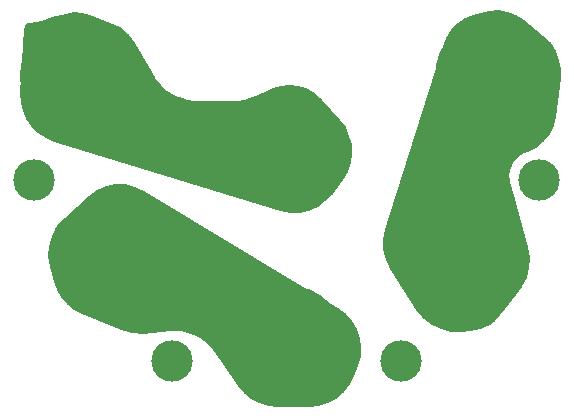
<source format=gbl>
G04 #@! TF.GenerationSoftware,KiCad,Pcbnew,(5.0.1)-3*
G04 #@! TF.CreationDate,2019-01-26T22:36:32-03:30*
G04 #@! TF.ProjectId,Battery Pack Side 2,42617474657279205061636B20536964,rev?*
G04 #@! TF.SameCoordinates,Original*
G04 #@! TF.FileFunction,Copper,L2,Bot,Signal*
G04 #@! TF.FilePolarity,Positive*
%FSLAX46Y46*%
G04 Gerber Fmt 4.6, Leading zero omitted, Abs format (unit mm)*
G04 Created by KiCad (PCBNEW (5.0.1)-3) date 2019-01-26 10:36:32 PM*
%MOMM*%
%LPD*%
G01*
G04 APERTURE LIST*
G04 #@! TA.AperFunction,ComponentPad*
%ADD10C,3.500000*%
G04 #@! TD*
G04 #@! TA.AperFunction,ComponentPad*
%ADD11C,10.000000*%
G04 #@! TD*
G04 #@! TA.AperFunction,BGAPad,CuDef*
%ADD12C,10.000000*%
G04 #@! TD*
G04 #@! TA.AperFunction,Conductor*
%ADD13C,0.250000*%
G04 #@! TD*
G04 #@! TA.AperFunction,Conductor*
%ADD14C,0.254000*%
G04 #@! TD*
G04 APERTURE END LIST*
D10*
G04 #@! TO.P,REF\002A\002A,1*
G04 #@! TO.N,N/C*
X109700000Y-119650000D03*
G04 #@! TD*
G04 #@! TO.P,REF\002A\002A,1*
G04 #@! TO.N,N/C*
X121380000Y-104310000D03*
G04 #@! TD*
G04 #@! TO.P,REF\002A\002A,1*
G04 #@! TO.N,N/C*
X90300000Y-119650000D03*
G04 #@! TD*
D11*
G04 #@! TO.P,BT1,1*
G04 #@! TO.N,Net-(BT1-Pad1)*
X82430000Y-95460000D03*
G04 #@! TD*
D12*
G04 #@! TO.P,BT2,1*
G04 #@! TO.N,Net-(BT1-Pad1)*
X100000000Y-101670000D03*
G04 #@! TD*
D11*
G04 #@! TO.P,BT3,1*
G04 #@! TO.N,Net-(BT3-Pad1)*
X117570000Y-95460000D03*
G04 #@! TD*
D12*
G04 #@! TO.P,BT4,1*
G04 #@! TO.N,Net-(BT3-Pad1)*
X114450000Y-110980000D03*
G04 #@! TD*
D11*
G04 #@! TO.P,BT5,1*
G04 #@! TO.N,Net-(BT5-Pad1)*
X100000000Y-118150000D03*
G04 #@! TD*
D12*
G04 #@! TO.P,BT6,1*
G04 #@! TO.N,Net-(BT5-Pad1)*
X85550000Y-110980000D03*
G04 #@! TD*
D10*
G04 #@! TO.P,REF\002A\002A,1*
G04 #@! TO.N,N/C*
X78620000Y-104310000D03*
G04 #@! TD*
D13*
G04 #@! TO.N,Net-(BT3-Pad1)*
X117570000Y-107860000D02*
X114450000Y-110980000D01*
G04 #@! TD*
D14*
G04 #@! TO.N,Net-(BT1-Pad1)*
G36*
X82603255Y-90237288D02*
X83237983Y-90404880D01*
X84975436Y-91056425D01*
X85766189Y-91460852D01*
X86439502Y-92028836D01*
X86971383Y-92740134D01*
X88648666Y-95615476D01*
X88655922Y-95626546D01*
X89148060Y-96298211D01*
X89165821Y-96317794D01*
X89786356Y-96873015D01*
X89807785Y-96888497D01*
X90529825Y-97303216D01*
X90553996Y-97313926D01*
X91346254Y-97570170D01*
X91372118Y-97575643D01*
X92200262Y-97662310D01*
X92213481Y-97663000D01*
X95671142Y-97663000D01*
X95684397Y-97662306D01*
X96514763Y-97575168D01*
X96540694Y-97569665D01*
X97334882Y-97312049D01*
X97347276Y-97307300D01*
X98851542Y-96638737D01*
X99518909Y-96421791D01*
X100210071Y-96347935D01*
X100901603Y-96418289D01*
X101563729Y-96629829D01*
X102167957Y-96973448D01*
X102693242Y-97438757D01*
X104338926Y-99234049D01*
X104801504Y-99851480D01*
X105130926Y-100542115D01*
X105318114Y-101284039D01*
X105355763Y-102048284D01*
X105242402Y-102805018D01*
X104982455Y-103524689D01*
X104582806Y-104184592D01*
X103695493Y-105367676D01*
X103155971Y-105952027D01*
X102514518Y-106411135D01*
X101793344Y-106730725D01*
X101022364Y-106897542D01*
X100233578Y-106904662D01*
X99453320Y-106750525D01*
X80255779Y-100873728D01*
X79571642Y-100590902D01*
X78958250Y-100187358D01*
X78432053Y-99675292D01*
X78011969Y-99073113D01*
X77713097Y-98402463D01*
X77546182Y-97687453D01*
X77516988Y-96947736D01*
X77816457Y-91557289D01*
X78018567Y-91129967D01*
X78035615Y-91113840D01*
X78258091Y-91056427D01*
X79242274Y-90896716D01*
X79262092Y-90891839D01*
X80156122Y-90593830D01*
X80446199Y-90509359D01*
X81304598Y-90294759D01*
X81954249Y-90200323D01*
X82603255Y-90237288D01*
X82603255Y-90237288D01*
G37*
X82603255Y-90237288D02*
X83237983Y-90404880D01*
X84975436Y-91056425D01*
X85766189Y-91460852D01*
X86439502Y-92028836D01*
X86971383Y-92740134D01*
X88648666Y-95615476D01*
X88655922Y-95626546D01*
X89148060Y-96298211D01*
X89165821Y-96317794D01*
X89786356Y-96873015D01*
X89807785Y-96888497D01*
X90529825Y-97303216D01*
X90553996Y-97313926D01*
X91346254Y-97570170D01*
X91372118Y-97575643D01*
X92200262Y-97662310D01*
X92213481Y-97663000D01*
X95671142Y-97663000D01*
X95684397Y-97662306D01*
X96514763Y-97575168D01*
X96540694Y-97569665D01*
X97334882Y-97312049D01*
X97347276Y-97307300D01*
X98851542Y-96638737D01*
X99518909Y-96421791D01*
X100210071Y-96347935D01*
X100901603Y-96418289D01*
X101563729Y-96629829D01*
X102167957Y-96973448D01*
X102693242Y-97438757D01*
X104338926Y-99234049D01*
X104801504Y-99851480D01*
X105130926Y-100542115D01*
X105318114Y-101284039D01*
X105355763Y-102048284D01*
X105242402Y-102805018D01*
X104982455Y-103524689D01*
X104582806Y-104184592D01*
X103695493Y-105367676D01*
X103155971Y-105952027D01*
X102514518Y-106411135D01*
X101793344Y-106730725D01*
X101022364Y-106897542D01*
X100233578Y-106904662D01*
X99453320Y-106750525D01*
X80255779Y-100873728D01*
X79571642Y-100590902D01*
X78958250Y-100187358D01*
X78432053Y-99675292D01*
X78011969Y-99073113D01*
X77713097Y-98402463D01*
X77546182Y-97687453D01*
X77516988Y-96947736D01*
X77816457Y-91557289D01*
X78018567Y-91129967D01*
X78035615Y-91113840D01*
X78258091Y-91056427D01*
X79242274Y-90896716D01*
X79262092Y-90891839D01*
X80156122Y-90593830D01*
X80446199Y-90509359D01*
X81304598Y-90294759D01*
X81954249Y-90200323D01*
X82603255Y-90237288D01*
G04 #@! TO.N,Net-(BT3-Pad1)*
G36*
X118620271Y-90165221D02*
X119336977Y-90447994D01*
X119988867Y-90870533D01*
X121594721Y-92155215D01*
X122166078Y-92717733D01*
X122606835Y-93379626D01*
X122903091Y-94117599D01*
X123042351Y-94900522D01*
X123018548Y-95701958D01*
X122589840Y-98917273D01*
X122408829Y-99655354D01*
X122076951Y-100331323D01*
X121607966Y-100920511D01*
X121023656Y-101395550D01*
X120344986Y-101737494D01*
X120050818Y-101847807D01*
X120033656Y-101855746D01*
X119513565Y-102145165D01*
X119483698Y-102168194D01*
X119071534Y-102597587D01*
X119049747Y-102628372D01*
X118781857Y-103159873D01*
X118770071Y-103195698D01*
X118670080Y-103782434D01*
X118669335Y-103820141D01*
X118746060Y-104410371D01*
X118749886Y-104428890D01*
X119251188Y-106183449D01*
X119263914Y-106229023D01*
X120286101Y-109977046D01*
X120419359Y-110820862D01*
X120366343Y-111666466D01*
X120130682Y-112480303D01*
X119730854Y-113210267D01*
X119698549Y-113260611D01*
X119203324Y-113968075D01*
X118310355Y-115140805D01*
X117422753Y-116130496D01*
X117080760Y-116383756D01*
X116322478Y-116724496D01*
X115502216Y-116896945D01*
X114700171Y-116977149D01*
X113843694Y-116968375D01*
X113016573Y-116774649D01*
X112251598Y-116405224D01*
X111585599Y-115877885D01*
X111046185Y-115212543D01*
X108821237Y-111751514D01*
X108440589Y-110986467D01*
X108237177Y-110163743D01*
X108217621Y-109316476D01*
X108384224Y-108478366D01*
X113297042Y-92921111D01*
X113583555Y-92243813D01*
X113988648Y-91637260D01*
X114500294Y-91117428D01*
X115100337Y-90702762D01*
X115773004Y-90405536D01*
X116333722Y-90218630D01*
X117091476Y-90047508D01*
X117861758Y-90029941D01*
X118620271Y-90165221D01*
X118620271Y-90165221D01*
G37*
X118620271Y-90165221D02*
X119336977Y-90447994D01*
X119988867Y-90870533D01*
X121594721Y-92155215D01*
X122166078Y-92717733D01*
X122606835Y-93379626D01*
X122903091Y-94117599D01*
X123042351Y-94900522D01*
X123018548Y-95701958D01*
X122589840Y-98917273D01*
X122408829Y-99655354D01*
X122076951Y-100331323D01*
X121607966Y-100920511D01*
X121023656Y-101395550D01*
X120344986Y-101737494D01*
X120050818Y-101847807D01*
X120033656Y-101855746D01*
X119513565Y-102145165D01*
X119483698Y-102168194D01*
X119071534Y-102597587D01*
X119049747Y-102628372D01*
X118781857Y-103159873D01*
X118770071Y-103195698D01*
X118670080Y-103782434D01*
X118669335Y-103820141D01*
X118746060Y-104410371D01*
X118749886Y-104428890D01*
X119251188Y-106183449D01*
X119263914Y-106229023D01*
X120286101Y-109977046D01*
X120419359Y-110820862D01*
X120366343Y-111666466D01*
X120130682Y-112480303D01*
X119730854Y-113210267D01*
X119698549Y-113260611D01*
X119203324Y-113968075D01*
X118310355Y-115140805D01*
X117422753Y-116130496D01*
X117080760Y-116383756D01*
X116322478Y-116724496D01*
X115502216Y-116896945D01*
X114700171Y-116977149D01*
X113843694Y-116968375D01*
X113016573Y-116774649D01*
X112251598Y-116405224D01*
X111585599Y-115877885D01*
X111046185Y-115212543D01*
X108821237Y-111751514D01*
X108440589Y-110986467D01*
X108237177Y-110163743D01*
X108217621Y-109316476D01*
X108384224Y-108478366D01*
X113297042Y-92921111D01*
X113583555Y-92243813D01*
X113988648Y-91637260D01*
X114500294Y-91117428D01*
X115100337Y-90702762D01*
X115773004Y-90405536D01*
X116333722Y-90218630D01*
X117091476Y-90047508D01*
X117861758Y-90029941D01*
X118620271Y-90165221D01*
G04 #@! TO.N,Net-(BT5-Pad1)*
G36*
X86283504Y-104758627D02*
X87091330Y-104941299D01*
X87848043Y-105294483D01*
X104250886Y-115212482D01*
X104871982Y-115678219D01*
X105384423Y-116252885D01*
X105773033Y-116917572D01*
X106022456Y-117646015D01*
X106122828Y-118409396D01*
X106070180Y-119177555D01*
X105864916Y-119926239D01*
X105517940Y-120828374D01*
X105165582Y-121526398D01*
X104685171Y-122135182D01*
X104093085Y-122636030D01*
X103413079Y-123008854D01*
X102672414Y-123238704D01*
X101894426Y-123317000D01*
X99129948Y-123317000D01*
X98380874Y-123244470D01*
X97665548Y-123031338D01*
X97004390Y-122684922D01*
X96421980Y-122218101D01*
X95935969Y-121643506D01*
X93888212Y-118685635D01*
X93880012Y-118675033D01*
X93329686Y-118036237D01*
X93310173Y-118017910D01*
X92638171Y-117508663D01*
X92615249Y-117494833D01*
X91851430Y-117137762D01*
X91826119Y-117129044D01*
X91004421Y-116940014D01*
X90977845Y-116936795D01*
X90134779Y-116924206D01*
X90121385Y-116924714D01*
X87850551Y-117131154D01*
X86905679Y-117102134D01*
X85995483Y-116846868D01*
X82632028Y-115445429D01*
X82004668Y-115114205D01*
X81452151Y-114678522D01*
X80987597Y-114150058D01*
X80626329Y-113546247D01*
X80378259Y-112881611D01*
X80014089Y-111546320D01*
X79880872Y-110703377D01*
X79933551Y-109858611D01*
X80168514Y-109045480D01*
X80574540Y-108302816D01*
X81136839Y-107660848D01*
X83216152Y-105754812D01*
X83888545Y-105259601D01*
X84644622Y-104921502D01*
X85455298Y-104751926D01*
X86283504Y-104758627D01*
X86283504Y-104758627D01*
G37*
X86283504Y-104758627D02*
X87091330Y-104941299D01*
X87848043Y-105294483D01*
X104250886Y-115212482D01*
X104871982Y-115678219D01*
X105384423Y-116252885D01*
X105773033Y-116917572D01*
X106022456Y-117646015D01*
X106122828Y-118409396D01*
X106070180Y-119177555D01*
X105864916Y-119926239D01*
X105517940Y-120828374D01*
X105165582Y-121526398D01*
X104685171Y-122135182D01*
X104093085Y-122636030D01*
X103413079Y-123008854D01*
X102672414Y-123238704D01*
X101894426Y-123317000D01*
X99129948Y-123317000D01*
X98380874Y-123244470D01*
X97665548Y-123031338D01*
X97004390Y-122684922D01*
X96421980Y-122218101D01*
X95935969Y-121643506D01*
X93888212Y-118685635D01*
X93880012Y-118675033D01*
X93329686Y-118036237D01*
X93310173Y-118017910D01*
X92638171Y-117508663D01*
X92615249Y-117494833D01*
X91851430Y-117137762D01*
X91826119Y-117129044D01*
X91004421Y-116940014D01*
X90977845Y-116936795D01*
X90134779Y-116924206D01*
X90121385Y-116924714D01*
X87850551Y-117131154D01*
X86905679Y-117102134D01*
X85995483Y-116846868D01*
X82632028Y-115445429D01*
X82004668Y-115114205D01*
X81452151Y-114678522D01*
X80987597Y-114150058D01*
X80626329Y-113546247D01*
X80378259Y-112881611D01*
X80014089Y-111546320D01*
X79880872Y-110703377D01*
X79933551Y-109858611D01*
X80168514Y-109045480D01*
X80574540Y-108302816D01*
X81136839Y-107660848D01*
X83216152Y-105754812D01*
X83888545Y-105259601D01*
X84644622Y-104921502D01*
X85455298Y-104751926D01*
X86283504Y-104758627D01*
G04 #@! TD*
M02*

</source>
